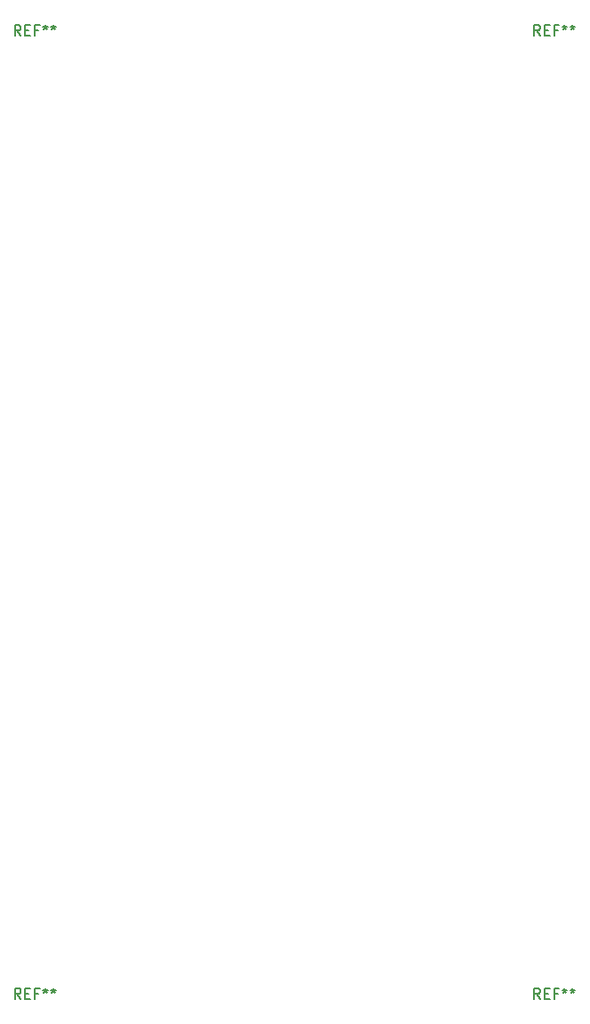
<source format=gbr>
G04 #@! TF.GenerationSoftware,KiCad,Pcbnew,(5.1.2)-2*
G04 #@! TF.CreationDate,2021-09-09T11:53:19-03:00*
G04 #@! TF.ProjectId,MAG_Plus,4d41475f-506c-4757-932e-6b696361645f,rev?*
G04 #@! TF.SameCoordinates,Original*
G04 #@! TF.FileFunction,Legend,Top*
G04 #@! TF.FilePolarity,Positive*
%FSLAX46Y46*%
G04 Gerber Fmt 4.6, Leading zero omitted, Abs format (unit mm)*
G04 Created by KiCad (PCBNEW (5.1.2)-2) date 2021-09-09 11:53:19*
%MOMM*%
%LPD*%
G04 APERTURE LIST*
%ADD10C,0.150000*%
G04 APERTURE END LIST*
D10*
X354366666Y-170402380D02*
X354033333Y-169926190D01*
X353795238Y-170402380D02*
X353795238Y-169402380D01*
X354176190Y-169402380D01*
X354271428Y-169450000D01*
X354319047Y-169497619D01*
X354366666Y-169592857D01*
X354366666Y-169735714D01*
X354319047Y-169830952D01*
X354271428Y-169878571D01*
X354176190Y-169926190D01*
X353795238Y-169926190D01*
X354795238Y-169878571D02*
X355128571Y-169878571D01*
X355271428Y-170402380D02*
X354795238Y-170402380D01*
X354795238Y-169402380D01*
X355271428Y-169402380D01*
X356033333Y-169878571D02*
X355700000Y-169878571D01*
X355700000Y-170402380D02*
X355700000Y-169402380D01*
X356176190Y-169402380D01*
X356700000Y-169402380D02*
X356700000Y-169640476D01*
X356461904Y-169545238D02*
X356700000Y-169640476D01*
X356938095Y-169545238D01*
X356557142Y-169830952D02*
X356700000Y-169640476D01*
X356842857Y-169830952D01*
X357461904Y-169402380D02*
X357461904Y-169640476D01*
X357223809Y-169545238D02*
X357461904Y-169640476D01*
X357700000Y-169545238D01*
X357319047Y-169830952D02*
X357461904Y-169640476D01*
X357604761Y-169830952D01*
X354366666Y-262002380D02*
X354033333Y-261526190D01*
X353795238Y-262002380D02*
X353795238Y-261002380D01*
X354176190Y-261002380D01*
X354271428Y-261050000D01*
X354319047Y-261097619D01*
X354366666Y-261192857D01*
X354366666Y-261335714D01*
X354319047Y-261430952D01*
X354271428Y-261478571D01*
X354176190Y-261526190D01*
X353795238Y-261526190D01*
X354795238Y-261478571D02*
X355128571Y-261478571D01*
X355271428Y-262002380D02*
X354795238Y-262002380D01*
X354795238Y-261002380D01*
X355271428Y-261002380D01*
X356033333Y-261478571D02*
X355700000Y-261478571D01*
X355700000Y-262002380D02*
X355700000Y-261002380D01*
X356176190Y-261002380D01*
X356700000Y-261002380D02*
X356700000Y-261240476D01*
X356461904Y-261145238D02*
X356700000Y-261240476D01*
X356938095Y-261145238D01*
X356557142Y-261430952D02*
X356700000Y-261240476D01*
X356842857Y-261430952D01*
X357461904Y-261002380D02*
X357461904Y-261240476D01*
X357223809Y-261145238D02*
X357461904Y-261240476D01*
X357700000Y-261145238D01*
X357319047Y-261430952D02*
X357461904Y-261240476D01*
X357604761Y-261430952D01*
X304966666Y-170402380D02*
X304633333Y-169926190D01*
X304395238Y-170402380D02*
X304395238Y-169402380D01*
X304776190Y-169402380D01*
X304871428Y-169450000D01*
X304919047Y-169497619D01*
X304966666Y-169592857D01*
X304966666Y-169735714D01*
X304919047Y-169830952D01*
X304871428Y-169878571D01*
X304776190Y-169926190D01*
X304395238Y-169926190D01*
X305395238Y-169878571D02*
X305728571Y-169878571D01*
X305871428Y-170402380D02*
X305395238Y-170402380D01*
X305395238Y-169402380D01*
X305871428Y-169402380D01*
X306633333Y-169878571D02*
X306300000Y-169878571D01*
X306300000Y-170402380D02*
X306300000Y-169402380D01*
X306776190Y-169402380D01*
X307300000Y-169402380D02*
X307300000Y-169640476D01*
X307061904Y-169545238D02*
X307300000Y-169640476D01*
X307538095Y-169545238D01*
X307157142Y-169830952D02*
X307300000Y-169640476D01*
X307442857Y-169830952D01*
X308061904Y-169402380D02*
X308061904Y-169640476D01*
X307823809Y-169545238D02*
X308061904Y-169640476D01*
X308300000Y-169545238D01*
X307919047Y-169830952D02*
X308061904Y-169640476D01*
X308204761Y-169830952D01*
X304966666Y-262002380D02*
X304633333Y-261526190D01*
X304395238Y-262002380D02*
X304395238Y-261002380D01*
X304776190Y-261002380D01*
X304871428Y-261050000D01*
X304919047Y-261097619D01*
X304966666Y-261192857D01*
X304966666Y-261335714D01*
X304919047Y-261430952D01*
X304871428Y-261478571D01*
X304776190Y-261526190D01*
X304395238Y-261526190D01*
X305395238Y-261478571D02*
X305728571Y-261478571D01*
X305871428Y-262002380D02*
X305395238Y-262002380D01*
X305395238Y-261002380D01*
X305871428Y-261002380D01*
X306633333Y-261478571D02*
X306300000Y-261478571D01*
X306300000Y-262002380D02*
X306300000Y-261002380D01*
X306776190Y-261002380D01*
X307300000Y-261002380D02*
X307300000Y-261240476D01*
X307061904Y-261145238D02*
X307300000Y-261240476D01*
X307538095Y-261145238D01*
X307157142Y-261430952D02*
X307300000Y-261240476D01*
X307442857Y-261430952D01*
X308061904Y-261002380D02*
X308061904Y-261240476D01*
X307823809Y-261145238D02*
X308061904Y-261240476D01*
X308300000Y-261145238D01*
X307919047Y-261430952D02*
X308061904Y-261240476D01*
X308204761Y-261430952D01*
M02*

</source>
